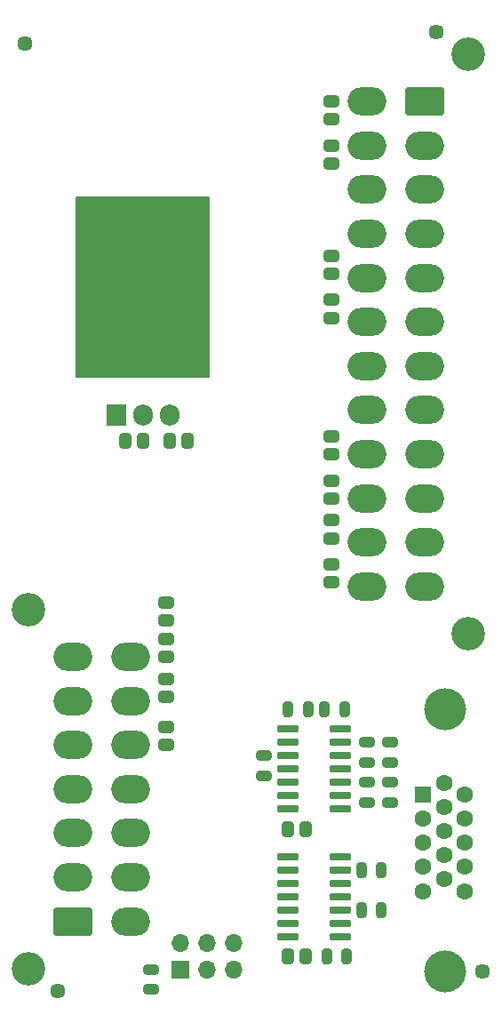
<source format=gts>
G04 #@! TF.GenerationSoftware,KiCad,Pcbnew,(6.0.2-0)*
G04 #@! TF.CreationDate,2022-04-21T23:08:48-04:00*
G04 #@! TF.ProjectId,SEPowerAdapter,5345506f-7765-4724-9164-61707465722e,rev?*
G04 #@! TF.SameCoordinates,Original*
G04 #@! TF.FileFunction,Soldermask,Top*
G04 #@! TF.FilePolarity,Negative*
%FSLAX46Y46*%
G04 Gerber Fmt 4.6, Leading zero omitted, Abs format (unit mm)*
G04 Created by KiCad (PCBNEW (6.0.2-0)) date 2022-04-21 23:08:48*
%MOMM*%
%LPD*%
G01*
G04 APERTURE LIST*
G04 Aperture macros list*
%AMRoundRect*
0 Rectangle with rounded corners*
0 $1 Rounding radius*
0 $2 $3 $4 $5 $6 $7 $8 $9 X,Y pos of 4 corners*
0 Add a 4 corners polygon primitive as box body*
4,1,4,$2,$3,$4,$5,$6,$7,$8,$9,$2,$3,0*
0 Add four circle primitives for the rounded corners*
1,1,$1+$1,$2,$3*
1,1,$1+$1,$4,$5*
1,1,$1+$1,$6,$7*
1,1,$1+$1,$8,$9*
0 Add four rect primitives between the rounded corners*
20,1,$1+$1,$2,$3,$4,$5,0*
20,1,$1+$1,$4,$5,$6,$7,0*
20,1,$1+$1,$6,$7,$8,$9,0*
20,1,$1+$1,$8,$9,$2,$3,0*%
G04 Aperture macros list end*
%ADD10C,0.150000*%
%ADD11C,3.200000*%
%ADD12RoundRect,0.250001X1.599999X-1.099999X1.599999X1.099999X-1.599999X1.099999X-1.599999X-1.099999X0*%
%ADD13O,3.700000X2.700000*%
%ADD14O,3.500000X3.500000*%
%ADD15R,1.905000X2.000000*%
%ADD16O,1.905000X2.000000*%
%ADD17RoundRect,0.312500X-0.262500X-0.437500X0.262500X-0.437500X0.262500X0.437500X-0.262500X0.437500X0*%
%ADD18RoundRect,0.262500X-0.487500X0.212500X-0.487500X-0.212500X0.487500X-0.212500X0.487500X0.212500X0*%
%ADD19C,1.448000*%
%ADD20RoundRect,0.312500X-0.437500X0.262500X-0.437500X-0.262500X0.437500X-0.262500X0.437500X0.262500X0*%
%ADD21RoundRect,0.262500X0.212500X0.487500X-0.212500X0.487500X-0.212500X-0.487500X0.212500X-0.487500X0*%
%ADD22RoundRect,0.250001X-1.599999X1.099999X-1.599999X-1.099999X1.599999X-1.099999X1.599999X1.099999X0*%
%ADD23RoundRect,0.312500X0.437500X-0.262500X0.437500X0.262500X-0.437500X0.262500X-0.437500X-0.262500X0*%
%ADD24RoundRect,0.262500X-0.212500X-0.487500X0.212500X-0.487500X0.212500X0.487500X-0.212500X0.487500X0*%
%ADD25RoundRect,0.200000X0.825000X0.150000X-0.825000X0.150000X-0.825000X-0.150000X0.825000X-0.150000X0*%
%ADD26C,4.000000*%
%ADD27R,1.600000X1.600000*%
%ADD28C,1.600000*%
%ADD29R,1.700000X1.700000*%
%ADD30O,1.700000X1.700000*%
%ADD31RoundRect,0.312500X0.262500X0.437500X-0.262500X0.437500X-0.262500X-0.437500X0.262500X-0.437500X0*%
G04 APERTURE END LIST*
D10*
X85280500Y-115506500D02*
X97853500Y-115506500D01*
X97853500Y-115506500D02*
X97853500Y-132588000D01*
X97853500Y-132588000D02*
X85280500Y-132588000D01*
X85280500Y-132588000D02*
X85280500Y-115506500D01*
G36*
X85280500Y-115506500D02*
G01*
X97853500Y-115506500D01*
X97853500Y-132588000D01*
X85280500Y-132588000D01*
X85280500Y-115506500D01*
G37*
D11*
X80700000Y-154800000D03*
X80700000Y-189000000D03*
D12*
X84900000Y-184500000D03*
D13*
X84900000Y-180300000D03*
X84900000Y-176100000D03*
X84900000Y-171900000D03*
X84900000Y-167700000D03*
X84900000Y-163500000D03*
X84900000Y-159300000D03*
X90400000Y-184500000D03*
X90400000Y-180300000D03*
X90400000Y-176100000D03*
X90400000Y-171900000D03*
X90400000Y-167700000D03*
X90400000Y-163500000D03*
X90400000Y-159300000D03*
D14*
X91567000Y-119611000D03*
D15*
X89027000Y-136271000D03*
D16*
X91567000Y-136271000D03*
X94107000Y-136271000D03*
D17*
X105410000Y-175704500D03*
X107110000Y-175704500D03*
D18*
X92329000Y-189103000D03*
X92329000Y-191003000D03*
D19*
X80327500Y-100838000D03*
D18*
X103124000Y-168719500D03*
X103124000Y-170619500D03*
D20*
X109500000Y-146300000D03*
X109500000Y-148000000D03*
D21*
X110802500Y-164274500D03*
X108902500Y-164274500D03*
D20*
X109500000Y-125300000D03*
X109500000Y-127000000D03*
D17*
X105410000Y-187833000D03*
X107110000Y-187833000D03*
D11*
X122600000Y-101900000D03*
X122600000Y-157100000D03*
D22*
X118400000Y-106400000D03*
D13*
X118400000Y-110600000D03*
X118400000Y-114800000D03*
X118400000Y-119000000D03*
X118400000Y-123200000D03*
X118400000Y-127400000D03*
X118400000Y-131600000D03*
X118400000Y-135800000D03*
X118400000Y-140000000D03*
X118400000Y-144200000D03*
X118400000Y-148400000D03*
X118400000Y-152600000D03*
X112900000Y-106400000D03*
X112900000Y-110600000D03*
X112900000Y-114800000D03*
X112900000Y-119000000D03*
X112900000Y-123200000D03*
X112900000Y-127400000D03*
X112900000Y-131600000D03*
X112900000Y-135800000D03*
X112900000Y-140000000D03*
X112900000Y-144200000D03*
X112900000Y-148400000D03*
X112900000Y-152600000D03*
D23*
X93800000Y-159300000D03*
X93800000Y-157600000D03*
D20*
X93800000Y-154099999D03*
X93800000Y-155799999D03*
D23*
X109500000Y-144200000D03*
X109500000Y-142500000D03*
X93800000Y-163100000D03*
X93800000Y-161400000D03*
D19*
X83439000Y-191135000D03*
D24*
X105410000Y-164274500D03*
X107310000Y-164274500D03*
X112397500Y-179641500D03*
X114297500Y-179641500D03*
D18*
X112966500Y-167449500D03*
X112966500Y-169349500D03*
D23*
X109500000Y-112300000D03*
X109500000Y-110600000D03*
D19*
X119570500Y-99758500D03*
D17*
X89867000Y-138684000D03*
X91567000Y-138684000D03*
D18*
X115125500Y-171264500D03*
X115125500Y-173164500D03*
D25*
X110361500Y-185991500D03*
X110361500Y-184721500D03*
X110361500Y-183451500D03*
X110361500Y-182181500D03*
X110361500Y-180911500D03*
X110361500Y-179641500D03*
X110361500Y-178371500D03*
X105411500Y-178371500D03*
X105411500Y-179641500D03*
X105411500Y-180911500D03*
X105411500Y-182181500D03*
X105411500Y-183451500D03*
X105411500Y-184721500D03*
X105411500Y-185991500D03*
D26*
X120349669Y-164265000D03*
X120349669Y-189265000D03*
D27*
X118299669Y-172450000D03*
D28*
X118299669Y-174740000D03*
X118299669Y-177030000D03*
X118299669Y-179320000D03*
X118299669Y-181610000D03*
X120279669Y-171305000D03*
X120279669Y-173595000D03*
X120279669Y-175885000D03*
X120279669Y-178175000D03*
X120279669Y-180465000D03*
X122259669Y-172450000D03*
X122259669Y-174740000D03*
X122259669Y-177030000D03*
X122259669Y-179320000D03*
X122259669Y-181610000D03*
D18*
X115125500Y-167454500D03*
X115125500Y-169354500D03*
D29*
X95186500Y-189103000D03*
D30*
X95186500Y-186563000D03*
X97726500Y-189103000D03*
X97726500Y-186563000D03*
X100266500Y-189103000D03*
X100266500Y-186563000D03*
D18*
X112966500Y-171259500D03*
X112966500Y-173159500D03*
D19*
X123952000Y-189293500D03*
D24*
X112397500Y-183451500D03*
X114297500Y-183451500D03*
D21*
X110993000Y-187833000D03*
X109093000Y-187833000D03*
D23*
X93800000Y-167700000D03*
X93800000Y-166000000D03*
D31*
X95807000Y-138684000D03*
X94107000Y-138684000D03*
D20*
X109500000Y-106400000D03*
X109500000Y-108100000D03*
X109500000Y-121100000D03*
X109500000Y-122800000D03*
D23*
X109500000Y-140000000D03*
X109500000Y-138300000D03*
D20*
X109500000Y-150500000D03*
X109500000Y-152200000D03*
D25*
X110361500Y-173799500D03*
X110361500Y-172529500D03*
X110361500Y-171259500D03*
X110361500Y-169989500D03*
X110361500Y-168719500D03*
X110361500Y-167449500D03*
X110361500Y-166179500D03*
X105411500Y-166179500D03*
X105411500Y-167449500D03*
X105411500Y-168719500D03*
X105411500Y-169989500D03*
X105411500Y-171259500D03*
X105411500Y-172529500D03*
X105411500Y-173799500D03*
M02*

</source>
